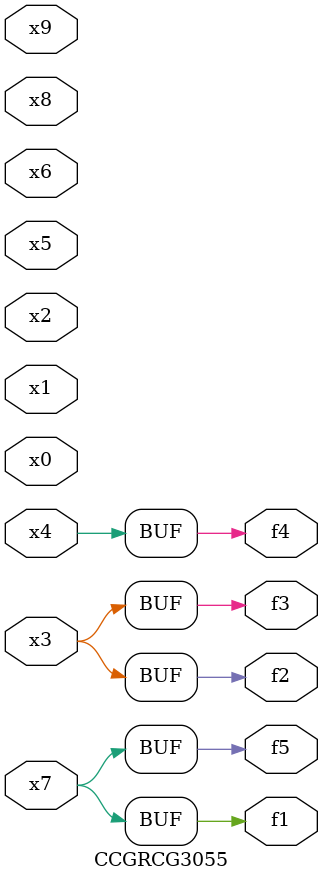
<source format=v>
module CCGRCG3055(
	input x0, x1, x2, x3, x4, x5, x6, x7, x8, x9,
	output f1, f2, f3, f4, f5
);
	assign f1 = x7;
	assign f2 = x3;
	assign f3 = x3;
	assign f4 = x4;
	assign f5 = x7;
endmodule

</source>
